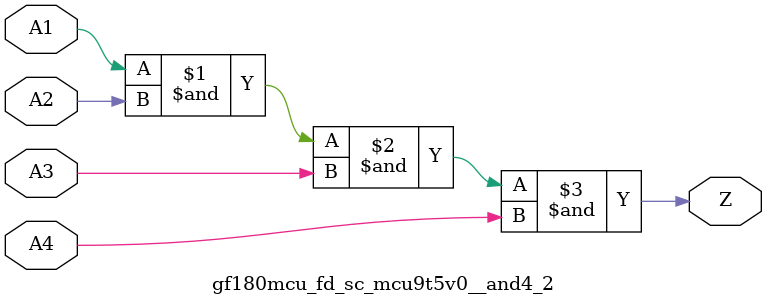
<source format=v>

module gf180mcu_fd_sc_mcu9t5v0__and4_2( A1, A2, A3, A4, Z );
input A1, A2, A3, A4;
output Z;

	and MGM_BG_0( Z, A1, A2, A3, A4 );

endmodule

</source>
